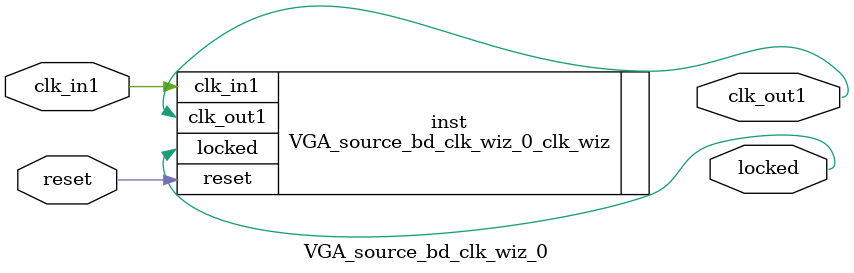
<source format=v>


`timescale 1ps/1ps

(* CORE_GENERATION_INFO = "VGA_source_bd_clk_wiz_0,clk_wiz_v6_0_2_0_0,{component_name=VGA_source_bd_clk_wiz_0,use_phase_alignment=true,use_min_o_jitter=false,use_max_i_jitter=false,use_dyn_phase_shift=false,use_inclk_switchover=false,use_dyn_reconfig=false,enable_axi=0,feedback_source=FDBK_AUTO,PRIMITIVE=MMCM,num_out_clk=1,clkin1_period=10.000,clkin2_period=10.000,use_power_down=false,use_reset=true,use_locked=true,use_inclk_stopped=false,feedback_type=SINGLE,CLOCK_MGR_TYPE=NA,manual_override=false}" *)

module VGA_source_bd_clk_wiz_0 
 (
  // Clock out ports
  output        clk_out1,
  // Status and control signals
  input         reset,
  output        locked,
 // Clock in ports
  input         clk_in1
 );

  VGA_source_bd_clk_wiz_0_clk_wiz inst
  (
  // Clock out ports  
  .clk_out1(clk_out1),
  // Status and control signals               
  .reset(reset), 
  .locked(locked),
 // Clock in ports
  .clk_in1(clk_in1)
  );

endmodule

</source>
